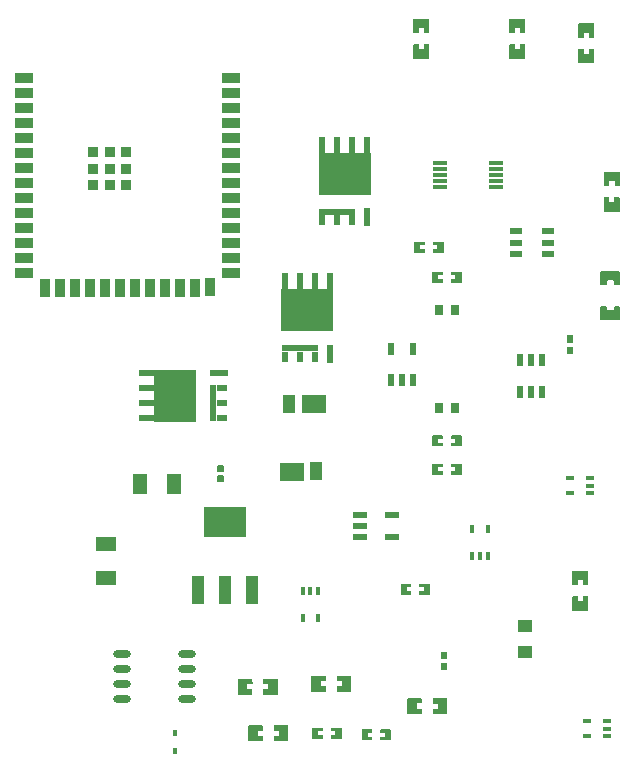
<source format=gtp>
G04 Layer: TopPasteMaskLayer*
G04 EasyEDA v6.5.50, 2025-05-28 03:44:33*
G04 481f8348a4b54ded82698d34e4f8dad8,511818ccc1ea462d976f425f61ebd680,10*
G04 Gerber Generator version 0.2*
G04 Scale: 100 percent, Rotated: No, Reflected: No *
G04 Dimensions in millimeters *
G04 leading zeros omitted , absolute positions ,4 integer and 5 decimal *
%FSLAX45Y45*%
%MOMM*%

%AMMACRO1*21,1,$1,$2,0,0,$3*%
%ADD10R,0.6000X1.1000*%
%ADD11R,0.8000X0.9000*%
%ADD12R,1.1000X0.6000*%
%ADD13R,0.4000X0.6000*%
%ADD14R,1.7280X1.1901*%
%ADD15R,1.1901X1.7280*%
%ADD16R,1.3000X0.3000*%
%ADD17R,1.0500X2.4650*%
%ADD18MACRO1,3.54X2.465X0.0000*%
%ADD19R,1.2500X1.0000*%
%ADD20R,0.4000X0.8000*%
%ADD21R,0.9350X0.5999*%
%ADD22R,1.4999X0.5999*%
%ADD23R,1.3500X0.5999*%
%ADD24R,3.5451X4.4099*%
%ADD25R,0.5649X3.1399*%
%ADD26R,0.5999X0.9350*%
%ADD27R,0.5999X1.4999*%
%ADD28R,0.5999X1.3500*%
%ADD29R,4.4099X3.5451*%
%ADD30R,3.1399X0.5649*%
%ADD31O,1.5200122X0.5999988*%
%ADD32R,2.0100X1.6500*%
%ADD33R,1.1400X1.6500*%
%ADD34R,0.7980X0.4000*%
%ADD35R,1.5000X0.9000*%
%ADD36R,0.9000X1.5000*%
%ADD37R,0.9000X0.9000*%
%ADD38R,1.2000X0.5000*%
%ADD39R,0.0154X0.5000*%

%LPD*%
G36*
X6314795Y6598716D02*
G01*
X6309817Y6591706D01*
X6309817Y6543700D01*
X6314795Y6538722D01*
X6359804Y6538722D01*
X6364782Y6543700D01*
X6364782Y6591706D01*
X6359804Y6598716D01*
G37*
G36*
X6314795Y6694678D02*
G01*
X6309817Y6689699D01*
X6309817Y6641693D01*
X6314795Y6634683D01*
X6359804Y6634683D01*
X6364782Y6641693D01*
X6364782Y6689699D01*
X6359804Y6694678D01*
G37*
G36*
X5247995Y3919016D02*
G01*
X5243017Y3912006D01*
X5243017Y3864000D01*
X5247995Y3859022D01*
X5293004Y3859022D01*
X5297982Y3864000D01*
X5297982Y3912006D01*
X5293004Y3919016D01*
G37*
G36*
X5247995Y4014978D02*
G01*
X5243017Y4009999D01*
X5243017Y3961993D01*
X5247995Y3954983D01*
X5293004Y3954983D01*
X5297982Y3961993D01*
X5297982Y4009999D01*
X5293004Y4014978D01*
G37*
G36*
X3530193Y3790086D02*
G01*
X3525215Y3785108D01*
X3525215Y3657092D01*
X3530193Y3652113D01*
X3645204Y3652113D01*
X3650183Y3657092D01*
X3649726Y3699103D01*
X3605682Y3699103D01*
X3605682Y3744112D01*
X3650691Y3744112D01*
X3650183Y3785108D01*
X3645204Y3790086D01*
G37*
G36*
X3746195Y3790086D02*
G01*
X3741216Y3785108D01*
X3741674Y3743096D01*
X3785717Y3743096D01*
X3785717Y3698087D01*
X3740708Y3698087D01*
X3741216Y3657092D01*
X3746195Y3652113D01*
X3861206Y3652113D01*
X3866184Y3657092D01*
X3866184Y3785108D01*
X3861206Y3790086D01*
G37*
G36*
X4965293Y3624986D02*
G01*
X4960315Y3620008D01*
X4960315Y3491992D01*
X4965293Y3487013D01*
X5080304Y3487013D01*
X5085283Y3491992D01*
X5084826Y3534003D01*
X5040782Y3534003D01*
X5040782Y3579012D01*
X5085791Y3579012D01*
X5085283Y3620008D01*
X5080304Y3624986D01*
G37*
G36*
X5181295Y3624986D02*
G01*
X5176316Y3620008D01*
X5176774Y3577996D01*
X5220817Y3577996D01*
X5220817Y3532987D01*
X5175808Y3532987D01*
X5176316Y3491992D01*
X5181295Y3487013D01*
X5296306Y3487013D01*
X5301284Y3491992D01*
X5301284Y3620008D01*
X5296306Y3624986D01*
G37*
G36*
X4368495Y3815486D02*
G01*
X4363516Y3810508D01*
X4363974Y3768496D01*
X4408017Y3768496D01*
X4408017Y3723487D01*
X4363008Y3723487D01*
X4363516Y3682492D01*
X4368495Y3677513D01*
X4483506Y3677513D01*
X4488484Y3682492D01*
X4488484Y3810508D01*
X4483506Y3815486D01*
G37*
G36*
X4152493Y3815486D02*
G01*
X4147515Y3810508D01*
X4147515Y3682492D01*
X4152493Y3677513D01*
X4267504Y3677513D01*
X4272483Y3682492D01*
X4272026Y3724503D01*
X4227982Y3724503D01*
X4227982Y3769512D01*
X4272991Y3769512D01*
X4272483Y3810508D01*
X4267504Y3815486D01*
G37*
G36*
X6669887Y7867091D02*
G01*
X6628892Y7866583D01*
X6623913Y7861604D01*
X6623913Y7746593D01*
X6628892Y7741615D01*
X6756908Y7741615D01*
X6761886Y7746593D01*
X6761886Y7861604D01*
X6756908Y7866583D01*
X6714896Y7866125D01*
X6714896Y7822082D01*
X6669887Y7822082D01*
G37*
G36*
X6628892Y8082584D02*
G01*
X6623913Y8077606D01*
X6623913Y7962595D01*
X6628892Y7957616D01*
X6670903Y7958074D01*
X6670903Y8002117D01*
X6715912Y8002117D01*
X6715912Y7957108D01*
X6756908Y7957616D01*
X6761886Y7962595D01*
X6761886Y8077606D01*
X6756908Y8082584D01*
G37*
G36*
X3834587Y3396386D02*
G01*
X3829608Y3391408D01*
X3830116Y3349396D01*
X3874109Y3349396D01*
X3874109Y3304387D01*
X3829100Y3304387D01*
X3829608Y3263392D01*
X3834587Y3258413D01*
X3949598Y3258413D01*
X3954627Y3263392D01*
X3954627Y3391408D01*
X3949598Y3396386D01*
G37*
G36*
X3619601Y3396386D02*
G01*
X3614623Y3391408D01*
X3614623Y3263392D01*
X3619601Y3258413D01*
X3734612Y3258413D01*
X3739591Y3263392D01*
X3739083Y3304387D01*
X3695090Y3304387D01*
X3695090Y3349396D01*
X3739591Y3349396D01*
X3739591Y3391408D01*
X3734612Y3396386D01*
G37*
G36*
X5828792Y9377527D02*
G01*
X5823813Y9372498D01*
X5823813Y9257487D01*
X5828792Y9252508D01*
X5870803Y9253016D01*
X5870803Y9297009D01*
X5915812Y9297009D01*
X5915812Y9252000D01*
X5956808Y9252508D01*
X5961786Y9257487D01*
X5961786Y9372498D01*
X5956808Y9377527D01*
G37*
G36*
X5828792Y9162491D02*
G01*
X5823813Y9157512D01*
X5823813Y9042501D01*
X5828792Y9037523D01*
X5956808Y9037523D01*
X5961786Y9042501D01*
X5961786Y9157512D01*
X5956808Y9162491D01*
X5915812Y9161983D01*
X5915812Y9117990D01*
X5870803Y9117990D01*
X5870803Y9162491D01*
G37*
G36*
X6412992Y9339427D02*
G01*
X6408013Y9334398D01*
X6408013Y9219387D01*
X6412992Y9214408D01*
X6455003Y9214916D01*
X6455003Y9258909D01*
X6500012Y9258909D01*
X6500012Y9213900D01*
X6541007Y9214408D01*
X6545986Y9219387D01*
X6545986Y9334398D01*
X6541007Y9339427D01*
G37*
G36*
X6412992Y9124391D02*
G01*
X6408013Y9119412D01*
X6408013Y9004401D01*
X6412992Y8999423D01*
X6541007Y8999423D01*
X6545986Y9004401D01*
X6545986Y9119412D01*
X6541007Y9124391D01*
X6500012Y9123883D01*
X6500012Y9079890D01*
X6455003Y9079890D01*
X6455003Y9124391D01*
G37*
G36*
X5015992Y9377527D02*
G01*
X5011013Y9372498D01*
X5011013Y9257487D01*
X5015992Y9252508D01*
X5058003Y9253016D01*
X5058003Y9297009D01*
X5103012Y9297009D01*
X5103012Y9252000D01*
X5144008Y9252508D01*
X5148986Y9257487D01*
X5148986Y9372498D01*
X5144008Y9377527D01*
G37*
G36*
X5015992Y9162491D02*
G01*
X5011013Y9157512D01*
X5011013Y9042501D01*
X5015992Y9037523D01*
X5144008Y9037523D01*
X5148986Y9042501D01*
X5148986Y9157512D01*
X5144008Y9162491D01*
X5103012Y9161983D01*
X5103012Y9117990D01*
X5058003Y9117990D01*
X5058003Y9162491D01*
G37*
G36*
X6362192Y4703927D02*
G01*
X6357213Y4698898D01*
X6357213Y4583887D01*
X6362192Y4578908D01*
X6404203Y4579416D01*
X6404203Y4623409D01*
X6449212Y4623409D01*
X6449212Y4578400D01*
X6490208Y4578908D01*
X6495186Y4583887D01*
X6495186Y4698898D01*
X6490208Y4703927D01*
G37*
G36*
X6362192Y4488891D02*
G01*
X6357213Y4483912D01*
X6357213Y4368901D01*
X6362192Y4363923D01*
X6490208Y4363923D01*
X6495186Y4368901D01*
X6495186Y4483912D01*
X6490208Y4488891D01*
X6449212Y4488383D01*
X6449212Y4444390D01*
X6404203Y4444390D01*
X6404203Y4488891D01*
G37*
G36*
X3355187Y5596077D02*
G01*
X3351174Y5592064D01*
X3351174Y5541975D01*
X3355187Y5538012D01*
X3401212Y5538012D01*
X3405225Y5541975D01*
X3405225Y5592064D01*
X3401212Y5596077D01*
G37*
G36*
X3355187Y5510987D02*
G01*
X3351174Y5507024D01*
X3351174Y5456936D01*
X3355187Y5452922D01*
X3401212Y5452922D01*
X3405225Y5456936D01*
X3405225Y5507024D01*
X3401212Y5510987D01*
G37*
G36*
X5335422Y5607608D02*
G01*
X5330393Y5602579D01*
X5330393Y5579821D01*
X5367375Y5579821D01*
X5367375Y5546801D01*
X5330393Y5546801D01*
X5330393Y5522620D01*
X5335422Y5517591D01*
X5415381Y5517591D01*
X5420410Y5522620D01*
X5420410Y5602579D01*
X5415381Y5607608D01*
G37*
G36*
X5176418Y5607608D02*
G01*
X5171389Y5602579D01*
X5171389Y5522620D01*
X5176418Y5517591D01*
X5256377Y5517591D01*
X5261406Y5522620D01*
X5261406Y5545378D01*
X5224424Y5545378D01*
X5224424Y5578398D01*
X5261406Y5578398D01*
X5261406Y5602579D01*
X5256377Y5607608D01*
G37*
G36*
X5183022Y7487208D02*
G01*
X5177993Y7482179D01*
X5177993Y7459421D01*
X5214975Y7459421D01*
X5214975Y7426401D01*
X5177993Y7426401D01*
X5177993Y7402220D01*
X5183022Y7397191D01*
X5262981Y7397191D01*
X5268010Y7402220D01*
X5268010Y7482179D01*
X5262981Y7487208D01*
G37*
G36*
X5024018Y7487208D02*
G01*
X5018989Y7482179D01*
X5018989Y7402220D01*
X5024018Y7397191D01*
X5103977Y7397191D01*
X5109006Y7402220D01*
X5109006Y7424978D01*
X5072024Y7424978D01*
X5072024Y7457998D01*
X5109006Y7457998D01*
X5109006Y7482179D01*
X5103977Y7487208D01*
G37*
G36*
X5176418Y5848908D02*
G01*
X5171389Y5843879D01*
X5171389Y5763920D01*
X5176418Y5758891D01*
X5256377Y5758891D01*
X5261406Y5763920D01*
X5261406Y5786678D01*
X5224424Y5786678D01*
X5224424Y5819698D01*
X5261406Y5819698D01*
X5261406Y5843879D01*
X5256377Y5848908D01*
G37*
G36*
X5335422Y5848908D02*
G01*
X5330393Y5843879D01*
X5330393Y5821121D01*
X5367375Y5821121D01*
X5367375Y5788101D01*
X5330393Y5788101D01*
X5330393Y5763920D01*
X5335422Y5758891D01*
X5415381Y5758891D01*
X5420410Y5763920D01*
X5420410Y5843879D01*
X5415381Y5848908D01*
G37*
G36*
X5335422Y7233208D02*
G01*
X5330393Y7228179D01*
X5330393Y7205421D01*
X5367375Y7205421D01*
X5367375Y7172401D01*
X5330393Y7172401D01*
X5330393Y7148220D01*
X5335422Y7143191D01*
X5415381Y7143191D01*
X5420410Y7148220D01*
X5420410Y7228179D01*
X5415381Y7233208D01*
G37*
G36*
X5176418Y7233208D02*
G01*
X5171389Y7228179D01*
X5171389Y7148220D01*
X5176418Y7143191D01*
X5256377Y7143191D01*
X5261406Y7148220D01*
X5261406Y7170978D01*
X5224424Y7170978D01*
X5224424Y7203998D01*
X5261406Y7203998D01*
X5261406Y7228179D01*
X5256377Y7233208D01*
G37*
G36*
X4160418Y3372408D02*
G01*
X4155389Y3367379D01*
X4155389Y3287420D01*
X4160418Y3282391D01*
X4240377Y3282391D01*
X4245406Y3287420D01*
X4245406Y3310178D01*
X4208424Y3310178D01*
X4208424Y3343198D01*
X4245406Y3343198D01*
X4245406Y3367379D01*
X4240377Y3372408D01*
G37*
G36*
X4319422Y3372408D02*
G01*
X4314393Y3367379D01*
X4314393Y3344621D01*
X4351375Y3344621D01*
X4351375Y3311601D01*
X4314393Y3311601D01*
X4314393Y3287420D01*
X4319422Y3282391D01*
X4399381Y3282391D01*
X4404410Y3287420D01*
X4404410Y3367379D01*
X4399381Y3372408D01*
G37*
G36*
X4909718Y4591608D02*
G01*
X4904689Y4586579D01*
X4904689Y4506620D01*
X4909718Y4501591D01*
X4989677Y4501591D01*
X4994706Y4506620D01*
X4994706Y4529378D01*
X4957724Y4529378D01*
X4957724Y4562398D01*
X4994706Y4562398D01*
X4994706Y4586579D01*
X4989677Y4591608D01*
G37*
G36*
X5068722Y4591608D02*
G01*
X5063693Y4586579D01*
X5063693Y4563821D01*
X5100675Y4563821D01*
X5100675Y4530801D01*
X5063693Y4530801D01*
X5063693Y4506620D01*
X5068722Y4501591D01*
X5148681Y4501591D01*
X5153710Y4506620D01*
X5153710Y4586579D01*
X5148681Y4591608D01*
G37*
G36*
X4579518Y3359708D02*
G01*
X4574489Y3354679D01*
X4574489Y3274720D01*
X4579518Y3269691D01*
X4659477Y3269691D01*
X4664506Y3274720D01*
X4664506Y3297478D01*
X4627524Y3297478D01*
X4627524Y3330498D01*
X4664506Y3330498D01*
X4664506Y3354679D01*
X4659477Y3359708D01*
G37*
G36*
X4738522Y3359708D02*
G01*
X4733493Y3354679D01*
X4733493Y3331921D01*
X4770475Y3331921D01*
X4770475Y3298901D01*
X4733493Y3298901D01*
X4733493Y3274720D01*
X4738522Y3269691D01*
X4818481Y3269691D01*
X4823510Y3274720D01*
X4823510Y3354679D01*
X4818481Y3359708D01*
G37*
G36*
X6605168Y7244029D02*
G01*
X6595160Y7234072D01*
X6595160Y7133285D01*
X6605168Y7123277D01*
X6641287Y7123277D01*
X6651294Y7133285D01*
X6651294Y7154367D01*
X6661302Y7164374D01*
X6699097Y7164374D01*
X6709105Y7154367D01*
X6709105Y7133285D01*
X6719112Y7123277D01*
X6755231Y7123277D01*
X6765239Y7133285D01*
X6765239Y7234072D01*
X6755231Y7244029D01*
G37*
G36*
X6605168Y6948322D02*
G01*
X6595160Y6938314D01*
X6595160Y6837527D01*
X6605168Y6827570D01*
X6755231Y6827570D01*
X6765239Y6837527D01*
X6765239Y6938314D01*
X6755231Y6948322D01*
X6719112Y6948322D01*
X6709105Y6938314D01*
X6709105Y6917232D01*
X6699097Y6907225D01*
X6661302Y6907225D01*
X6651294Y6917232D01*
X6651294Y6938314D01*
X6641287Y6948322D01*
G37*
D10*
G01*
X4819904Y6581609D03*
G01*
X5009895Y6581609D03*
G01*
X5009895Y6321590D03*
G01*
X4914900Y6321590D03*
G01*
X4819904Y6321590D03*
D11*
G01*
X5227251Y6913118D03*
G01*
X5367230Y6913118D03*
G01*
X5365889Y6083300D03*
G01*
X5225910Y6083300D03*
D12*
G01*
X5884799Y7385304D03*
G01*
X5884799Y7480300D03*
G01*
X5884799Y7575295D03*
G01*
X6154800Y7575295D03*
G01*
X6154800Y7480300D03*
G01*
X6154800Y7385304D03*
D10*
G01*
X5912104Y6485001D03*
G01*
X6007100Y6485001D03*
G01*
X6102095Y6485001D03*
G01*
X6102095Y6214998D03*
G01*
X6007100Y6214998D03*
G01*
X5912104Y6214998D03*
D13*
G01*
X2997200Y3176206D03*
G01*
X2997200Y3326193D03*
D14*
G01*
X2413000Y4932400D03*
G01*
X2413000Y4643399D03*
D15*
G01*
X2700299Y5435600D03*
G01*
X2989300Y5435600D03*
D16*
G01*
X5708700Y7951812D03*
G01*
X5708700Y8001800D03*
G01*
X5708700Y8051787D03*
G01*
X5708700Y8101799D03*
G01*
X5708700Y8151812D03*
G01*
X5238699Y8151787D03*
G01*
X5238699Y8101799D03*
G01*
X5238699Y8051812D03*
G01*
X5238699Y8001800D03*
G01*
X5238699Y7951787D03*
D17*
G01*
X3186302Y4540250D03*
G01*
X3416300Y4540250D03*
G01*
X3646297Y4540250D03*
D18*
G01*
X3416300Y5111750D03*
D19*
G01*
X5956310Y4017497D03*
G01*
X5956310Y4237512D03*
D20*
G01*
X5510301Y4825314D03*
G01*
X5575300Y4825314D03*
G01*
X5640298Y4825314D03*
G01*
X5640298Y5055285D03*
G01*
X5510301Y5055285D03*
G01*
X4205198Y4534585D03*
G01*
X4140200Y4534585D03*
G01*
X4075201Y4534585D03*
G01*
X4075201Y4304614D03*
G01*
X4205198Y4304614D03*
D21*
G01*
X3393287Y5994400D03*
G01*
X3393287Y6121400D03*
G01*
X3393287Y6248400D03*
D22*
G01*
X3364991Y6375400D03*
D23*
G01*
X2753512Y6375400D03*
G01*
X2753512Y6248400D03*
G01*
X2753512Y6121400D03*
G01*
X2753512Y5994400D03*
D24*
G01*
X2998292Y6184900D03*
D25*
G01*
X3318306Y6121400D03*
D26*
G01*
X3924300Y6512712D03*
G01*
X4051300Y6512712D03*
G01*
X4178300Y6512712D03*
D27*
G01*
X4305300Y6541007D03*
D28*
G01*
X4305300Y7152487D03*
G01*
X4178300Y7152487D03*
G01*
X4051300Y7152487D03*
G01*
X3924300Y7152487D03*
D29*
G01*
X4114800Y6907707D03*
D30*
G01*
X4051300Y6587693D03*
D26*
G01*
X4241800Y7668412D03*
G01*
X4368800Y7668412D03*
G01*
X4495800Y7668412D03*
D27*
G01*
X4622800Y7696708D03*
D28*
G01*
X4622800Y8308187D03*
G01*
X4495800Y8308187D03*
G01*
X4368800Y8308187D03*
G01*
X4241800Y8308187D03*
D29*
G01*
X4432300Y8063407D03*
D30*
G01*
X4368800Y7743393D03*
D31*
G01*
X2545415Y4000492D03*
G01*
X2545415Y3873492D03*
G01*
X2545415Y3746492D03*
G01*
X2545415Y3619492D03*
G01*
X3093394Y4000492D03*
G01*
X3093394Y3873492D03*
G01*
X3093394Y3746492D03*
G01*
X3093394Y3619492D03*
D32*
G01*
X4173042Y6117043D03*
G01*
X3986707Y5541556D03*
D33*
G01*
X3962349Y6117043D03*
G01*
X4191050Y5546051D03*
D34*
G01*
X6341287Y5357901D03*
G01*
X6341287Y5487898D03*
G01*
X6511112Y5487898D03*
G01*
X6511112Y5422900D03*
G01*
X6511112Y5357901D03*
G01*
X6480987Y3300501D03*
G01*
X6480987Y3430498D03*
G01*
X6650812Y3430498D03*
G01*
X6650812Y3365500D03*
G01*
X6650812Y3300501D03*
D35*
G01*
X1715795Y8877795D03*
G01*
X1715795Y8750795D03*
G01*
X1715795Y8623795D03*
G01*
X1715795Y8496795D03*
G01*
X1715795Y8369795D03*
G01*
X1715795Y8242795D03*
G01*
X1715795Y8115795D03*
G01*
X1715795Y7988795D03*
G01*
X1715795Y7861795D03*
G01*
X1715795Y7734795D03*
G01*
X1715795Y7607795D03*
G01*
X1715795Y7480795D03*
G01*
X1715795Y7353795D03*
G01*
X1715795Y7226795D03*
D36*
G01*
X1892300Y7098804D03*
G01*
X2019300Y7098804D03*
G01*
X2146300Y7098804D03*
G01*
X2273300Y7098804D03*
G01*
X2400300Y7098804D03*
G01*
X2527300Y7098804D03*
G01*
X2654300Y7098804D03*
G01*
X2781300Y7098804D03*
G01*
X2908300Y7098804D03*
G01*
X3035300Y7098804D03*
G01*
X3162300Y7098804D03*
G01*
X3289300Y7101801D03*
D35*
G01*
X3465804Y7226795D03*
G01*
X3465804Y7353795D03*
G01*
X3465804Y7480795D03*
G01*
X3465804Y7607795D03*
G01*
X3465804Y7734795D03*
G01*
X3465804Y7861795D03*
G01*
X3465804Y7988795D03*
G01*
X3465804Y8115795D03*
G01*
X3465804Y8242795D03*
G01*
X3465804Y8369795D03*
G01*
X3465804Y8496795D03*
G01*
X3465804Y8623795D03*
G01*
X3465804Y8750795D03*
G01*
X3465804Y8877795D03*
D37*
G01*
X2580792Y7965782D03*
G01*
X2440787Y7965782D03*
G01*
X2300782Y7965782D03*
G01*
X2300782Y8245792D03*
G01*
X2440787Y8245792D03*
G01*
X2580792Y8245792D03*
G01*
X2580792Y8105787D03*
G01*
X2300782Y8105787D03*
G01*
X2440787Y8105787D03*
D38*
G01*
X4834000Y4985004D03*
G01*
X4834000Y5174995D03*
G01*
X4563999Y4985004D03*
G01*
X4563999Y5080000D03*
G01*
X4563999Y5174995D03*
M02*

</source>
